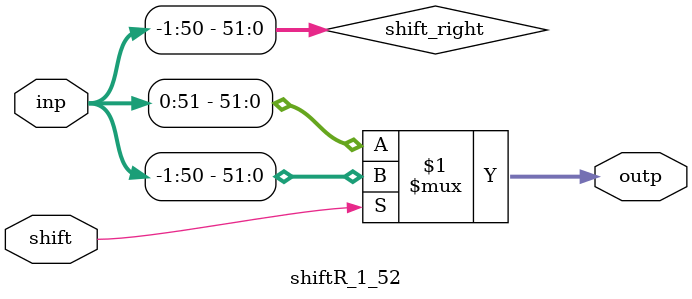
<source format=v>
`timescale 1ns/1ps

module shiftR_1_52 (
               inp,
	       shift,
	       outp
                );



input  [-1:51]   inp ;
input   	 shift ;
output [0:51] 	 outp ;


wire  [0:51]  outp;
wire [-1:50] shift_right = inp[-1:50] ;

assign outp = (shift) ? shift_right : inp[0:51] ;


endmodule

</source>
